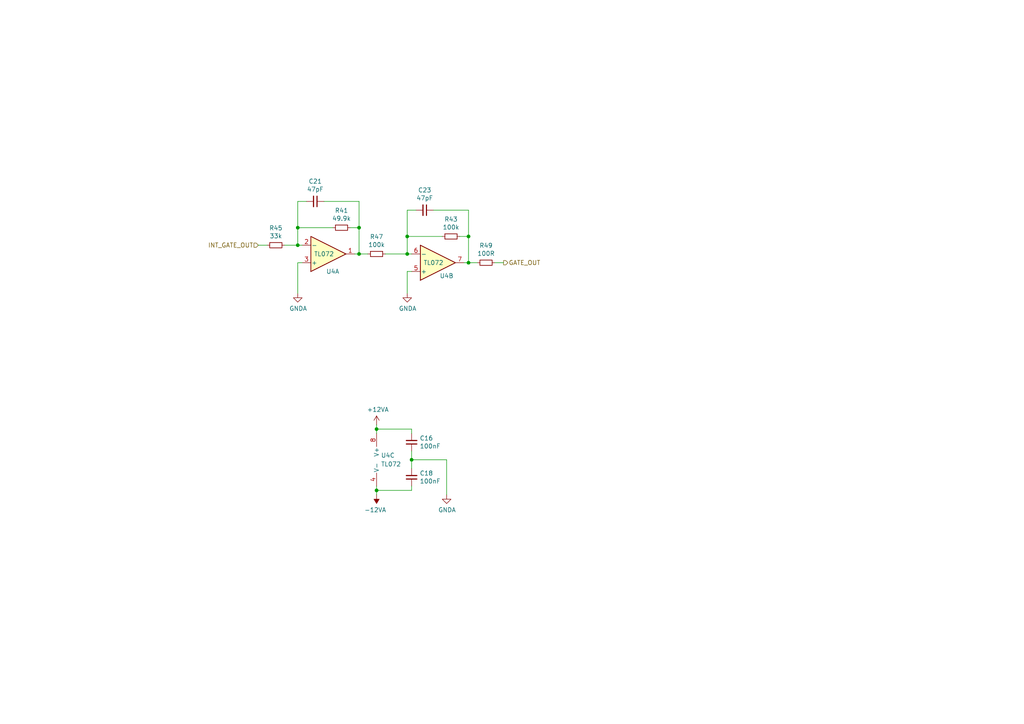
<source format=kicad_sch>
(kicad_sch (version 20230121) (generator eeschema)
  (paper "A4")
  (title_block (title "Echo Cinematic") (date "2024-01-29") (rev "A") (company "KNOBULA") (comment 3 "KNOBULA"))
  (lib_symbols
    (symbol "Amplifier_Operational:TL072" (pin_names (offset 0.127))
      (property "Reference" "U" (at 0 5.08 0))
      (property "Value" "TL072" (at 0 -5.08 0))
      (symbol "TL072_1_1"
        (polyline (pts (xy -5.08 5.08) (xy 5.08 0) (xy -5.08 -5.08) (xy -5.08 5.08)) (stroke (width 0.254)) (fill (type background)))
        (pin output line (at 7.62 0 180) (length 2.54) (name "~") (number "1"))
        (pin input line (at -7.62 -2.54 0) (length 2.54) (name "-") (number "2"))
        (pin input line (at -7.62 2.54 0) (length 2.54) (name "+") (number "3"))
      )
      (symbol "TL072_2_1"
        (polyline (pts (xy -5.08 5.08) (xy 5.08 0) (xy -5.08 -5.08) (xy -5.08 5.08)) (stroke (width 0.254)) (fill (type background)))
        (pin input line (at -7.62 2.54 0) (length 2.54) (name "+") (number "5"))
        (pin input line (at -7.62 -2.54 0) (length 2.54) (name "-") (number "6"))
        (pin output line (at 7.62 0 180) (length 2.54) (name "~") (number "7"))
      )
      (symbol "TL072_3_1"
        (pin power_in line (at -2.54 -7.62 90) (length 3.81) (name "V-") (number "4"))
        (pin power_in line (at -2.54 7.62 270) (length 3.81) (name "V+") (number "8"))
      )
    )
    (symbol "Device:C_Small" (pin_numbers hide) (pin_names (offset 0.254) hide)
      (property "Reference" "C" (at 0.254 1.778 0))
      (property "Value" "C_Small" (at 0.254 -2.032 0))
      (symbol "C_Small_0_1"
        (polyline (pts (xy -1.524 -0.508) (xy 1.524 -0.508)) (stroke (width 0.3302)))
        (polyline (pts (xy -1.524 0.508) (xy 1.524 0.508)) (stroke (width 0.3048)))
      )
      (symbol "C_Small_1_1"
        (pin passive line (at 0 2.54 270) (length 2.032) (name "~") (number "1"))
        (pin passive line (at 0 -2.54 90) (length 2.032) (name "~") (number "2"))
      )
    )
    (symbol "Device:R_Small" (pin_numbers hide) (pin_names (offset 0.254) hide)
      (property "Reference" "R" (at 0.762 0.508 0))
      (property "Value" "R_Small" (at 0.762 -1.016 0))
      (symbol "R_Small_0_1"
        (rectangle (start -0.762 1.778) (end 0.762 -1.778) (stroke (width 0.2032)))
      )
      (symbol "R_Small_1_1"
        (pin passive line (at 0 2.54 270) (length 0.762) (name "~") (number "1"))
        (pin passive line (at 0 -2.54 90) (length 0.762) (name "~") (number "2"))
      )
    )
    (symbol "power:+12VA" (power) (pin_names (offset 0))
      (property "Value" "+12VA" (at 0 3.556 0))
      (symbol "+12VA_0_1"
        (polyline (pts (xy -0.762 1.27) (xy 0 2.54)))
        (polyline (pts (xy 0 0) (xy 0 2.54)))
        (polyline (pts (xy 0 2.54) (xy 0.762 1.27)))
      )
      (symbol "+12VA_1_1"
        (pin power_in line (at 0 0 90) (length 0) hide (name "+12VA") (number "1"))
      )
    )
    (symbol "power:-12VA" (power) (pin_names (offset 0))
      (property "Value" "-12VA" (at 0 3.556 0))
      (symbol "-12VA_0_0"
        (pin power_in line (at 0 0 90) (length 0) hide (name "-12VA") (number "1"))
      )
      (symbol "-12VA_0_1"
        (polyline (pts (xy 0 0) (xy 0 1.27) (xy 0.762 1.27) (xy 0 2.54) (xy -0.762 1.27) (xy 0 1.27)) (fill (type outline)))
      )
    )
    (symbol "power:GNDA" (power) (pin_names (offset 0))
      (property "Value" "GNDA" (at 0 -3.81 0))
      (symbol "GNDA_0_1"
        (polyline (pts (xy 0 0) (xy 0 -1.27) (xy 1.27 -1.27) (xy 0 -2.54) (xy -1.27 -1.27) (xy 0 -1.27)))
      )
      (symbol "GNDA_1_1"
        (pin power_in line (at 0 0 270) (length 0) hide (name "GNDA") (number "1"))
      )
    )
  )
  (junction (at 86.36 71.12))
  (junction (at 109.22 142.24))
  (junction (at 104.14 66.04))
  (junction (at 109.22 124.46))
  (junction (at 135.89 76.2))
  (junction (at 119.38 133.35))
  (junction (at 118.11 73.66))
  (junction (at 135.89 68.58))
  (junction (at 118.11 68.58))
  (junction (at 86.36 66.04))
  (junction (at 104.14 73.66))
  (wire (pts (xy 120.65 60.96) (xy 118.11 60.96)))
  (wire (pts (xy 119.38 78.74) (xy 118.11 78.74)))
  (wire (pts (xy 82.55 71.12) (xy 86.36 71.12)))
  (wire (pts (xy 88.9 58.42) (xy 86.36 58.42)))
  (wire (pts (xy 86.36 85.09) (xy 86.36 76.2)))
  (wire (pts (xy 118.11 68.58) (xy 118.11 73.66)))
  (wire (pts (xy 86.36 66.04) (xy 86.36 71.12)))
  (wire (pts (xy 129.54 133.35) (xy 119.38 133.35)))
  (wire (pts (xy 96.52 66.04) (xy 86.36 66.04)))
  (wire (pts (xy 125.73 60.96) (xy 135.89 60.96)))
  (wire (pts (xy 86.36 76.2) (xy 87.63 76.2)))
  (wire (pts (xy 119.38 130.81) (xy 119.38 133.35)))
  (wire (pts (xy 104.14 58.42) (xy 104.14 66.04)))
  (wire (pts (xy 135.89 60.96) (xy 135.89 68.58)))
  (wire (pts (xy 77.47 71.12) (xy 74.93 71.12)))
  (wire (pts (xy 129.54 143.51) (xy 129.54 133.35)))
  (wire (pts (xy 146.05 76.2) (xy 143.51 76.2)))
  (wire (pts (xy 109.22 142.24) (xy 109.22 143.51)))
  (wire (pts (xy 86.36 71.12) (xy 87.63 71.12)))
  (wire (pts (xy 109.22 124.46) (xy 109.22 125.73)))
  (wire (pts (xy 119.38 142.24) (xy 119.38 140.97)))
  (wire (pts (xy 104.14 73.66) (xy 102.87 73.66)))
  (wire (pts (xy 118.11 60.96) (xy 118.11 68.58)))
  (wire (pts (xy 93.98 58.42) (xy 104.14 58.42)))
  (wire (pts (xy 135.89 76.2) (xy 134.62 76.2)))
  (wire (pts (xy 128.27 68.58) (xy 118.11 68.58)))
  (wire (pts (xy 106.68 73.66) (xy 104.14 73.66)))
  (wire (pts (xy 118.11 78.74) (xy 118.11 85.09)))
  (wire (pts (xy 109.22 123.19) (xy 109.22 124.46)))
  (wire (pts (xy 86.36 58.42) (xy 86.36 66.04)))
  (wire (pts (xy 133.35 68.58) (xy 135.89 68.58)))
  (wire (pts (xy 119.38 133.35) (xy 119.38 135.89)))
  (wire (pts (xy 109.22 124.46) (xy 119.38 124.46)))
  (wire (pts (xy 109.22 140.97) (xy 109.22 142.24)))
  (wire (pts (xy 109.22 142.24) (xy 119.38 142.24)))
  (wire (pts (xy 138.43 76.2) (xy 135.89 76.2)))
  (wire (pts (xy 119.38 124.46) (xy 119.38 125.73)))
  (wire (pts (xy 104.14 66.04) (xy 104.14 73.66)))
  (wire (pts (xy 118.11 73.66) (xy 111.76 73.66)))
  (wire (pts (xy 101.6 66.04) (xy 104.14 66.04)))
  (wire (pts (xy 135.89 68.58) (xy 135.89 76.2)))
  (wire (pts (xy 119.38 73.66) (xy 118.11 73.66)))
  (hierarchical_label "GATE_OUT" (shape output) (at 146.05 76.2 0))
  (hierarchical_label "INT_GATE_OUT" (shape input) (at 74.93 71.12 180))
  (symbol (lib_id "power:GNDA") (at 129.54 143.51 0) (unit 1)
    (property "Reference" "#PWR0105" (effects hide))
    (property "Value" "GNDA" (at 129.667 147.9042 0))
    (instances (project "Echo Cinematic" (path "" (reference "#PWR0105") (unit 1)) (path "" (reference "#PWR050") (unit 1))))
  )
  (symbol (lib_id "Device:R_Small") (at 80.01 71.12 270) (unit 1)
    (property "Reference" "R45" (at 80.01 66.1416 90))
    (property "Value" "33k" (at 80.01 68.453 90))
    (property "Footprint" "Resistor_SMD:R_0603_1608Metric" (effects hide))
    (instances (project "Echo Cinematic" (path "" (reference "R45") (unit 1)) (path "" (reference "R18") (unit 1))))
  )
  (symbol (lib_id "power:GNDA") (at 118.11 85.09 0) (unit 1)
    (property "Reference" "#PWR056" (effects hide))
    (property "Value" "GNDA" (at 118.237 89.4842 0))
    (instances (project "Echo Cinematic" (path "" (reference "#PWR056") (unit 1)) (path "" (reference "#PWR049") (unit 1))))
  )
  (symbol (lib_id "Device:C_Small") (at 119.38 138.43 180) (unit 1)
    (property "Reference" "C18" (at 121.7168 137.2616 0) (effects (justify right)))
    (property "Value" "100nF" (at 121.7168 139.573 0) (effects (justify right)))
    (property "Footprint" "Capacitor_SMD:C_0603_1608Metric" (effects hide))
    (instances (project "Echo Cinematic" (path "" (reference "C18") (unit 1)) (path "" (reference "C24") (unit 1))))
  )
  (symbol (lib_id "Device:R_Small") (at 140.97 76.2 270) (unit 1)
    (property "Reference" "R49" (at 140.97 71.2216 90))
    (property "Value" "100R" (at 140.97 73.533 90))
    (property "Footprint" "Resistor_SMD:R_0603_1608Metric" (effects hide))
    (instances (project "Echo Cinematic" (path "" (reference "R49") (unit 1)) (path "" (reference "R57") (unit 1))))
  )
  (symbol (lib_id "Device:C_Small") (at 91.44 58.42 270) (unit 1)
    (property "Reference" "C21" (at 91.44 52.6034 90))
    (property "Value" "47pF" (at 91.44 54.9148 90))
    (property "Footprint" "Capacitor_SMD:C_0603_1608Metric" (effects hide))
    (instances (project "Echo Cinematic" (path "" (reference "C21") (unit 1)) (path "" (reference "C20") (unit 1))))
  )
  (symbol (lib_id "Amplifier_Operational:TL072") (at 111.76 133.35 0) (unit 3)
    (property "Reference" "U4" (at 110.49 132.08 0) (effects (justify left)))
    (property "Value" "TL072" (at 110.49 134.62 0) (effects (justify left)))
    (property "Footprint" "Package_SO:SO-8_3.9x4.9mm_P1.27mm" (effects hide))
    (property "Datasheet" "http://www.ti.com/lit/ds/symlink/tl071.pdf" (effects hide))
  )
  (symbol (lib_id "Amplifier_Operational:TL072") (at 95.25 73.66 0) (mirror x) (unit 1)
    (property "Reference" "U4" (at 96.52 78.74 0))
    (property "Value" "TL072" (at 93.98 73.66 0))
    (property "Footprint" "Package_SO:SO-8_3.9x4.9mm_P1.27mm" (effects hide))
    (property "Datasheet" "http://www.ti.com/lit/ds/symlink/tl071.pdf" (effects hide))
  )
  (symbol (lib_id "power:+12VA") (at 109.22 123.19 0) (unit 1)
    (property "Reference" "#PWR0106" (effects hide))
    (property "Value" "+12VA" (at 109.601 118.7958 0))
    (instances (project "Echo Cinematic" (path "" (reference "#PWR0106") (unit 1)) (path "" (reference "#PWR033") (unit 1))))
  )
  (symbol (lib_id "Device:R_Small") (at 130.81 68.58 270) (unit 1)
    (property "Reference" "R43" (at 130.81 63.6016 90))
    (property "Value" "100k" (at 130.81 65.913 90))
    (property "Footprint" "Resistor_SMD:R_0603_1608Metric" (effects hide))
    (instances (project "Echo Cinematic" (path "" (reference "R43") (unit 1)) (path "" (reference "R56") (unit 1))))
  )
  (symbol (lib_id "Device:R_Small") (at 99.06 66.04 270) (unit 1)
    (property "Reference" "R41" (at 99.06 61.0616 90))
    (property "Value" "49.9k" (at 99.06 63.373 90))
    (property "Footprint" "Resistor_SMD:R_0603_1608Metric" (effects hide))
    (instances (project "Echo Cinematic" (path "" (reference "R41") (unit 1)) (path "" (reference "R19") (unit 1))))
  )
  (symbol (lib_id "Device:R_Small") (at 109.22 73.66 270) (unit 1)
    (property "Reference" "R47" (at 109.22 68.6816 90))
    (property "Value" "100k" (at 109.22 70.993 90))
    (property "Footprint" "Resistor_SMD:R_0603_1608Metric" (effects hide))
    (instances (project "Echo Cinematic" (path "" (reference "R47") (unit 1)) (path "" (reference "R30") (unit 1))))
  )
  (symbol (lib_id "power:-12VA") (at 109.22 143.51 180) (unit 1)
    (property "Reference" "#PWR0107" (effects hide))
    (property "Value" "-12VA" (at 108.839 147.9042 0))
    (instances (project "Echo Cinematic" (path "" (reference "#PWR0107") (unit 1)) (path "" (reference "#PWR034") (unit 1))))
  )
  (symbol (lib_id "power:GNDA") (at 86.36 85.09 0) (unit 1)
    (property "Reference" "#PWR055" (effects hide))
    (property "Value" "GNDA" (at 86.487 89.4842 0))
    (instances (project "Echo Cinematic" (path "" (reference "#PWR055") (unit 1)) (path "" (reference "#PWR028") (unit 1))))
  )
  (symbol (lib_id "Device:C_Small") (at 123.19 60.96 270) (unit 1)
    (property "Reference" "C23" (at 123.19 55.1434 90))
    (property "Value" "47pF" (at 123.19 57.4548 90))
    (property "Footprint" "Capacitor_SMD:C_0603_1608Metric" (effects hide))
    (instances (project "Echo Cinematic" (path "" (reference "C23") (unit 1)) (path "" (reference "C25") (unit 1))))
  )
  (symbol (lib_id "Amplifier_Operational:TL072") (at 127 76.2 0) (mirror x) (unit 2)
    (property "Reference" "U4" (at 129.54 80.01 0))
    (property "Value" "TL072" (at 125.73 76.2 0))
    (property "Footprint" "Package_SO:SO-8_3.9x4.9mm_P1.27mm" (effects hide))
    (property "Datasheet" "http://www.ti.com/lit/ds/symlink/tl071.pdf" (effects hide))
  )
  (symbol (lib_id "Device:C_Small") (at 119.38 128.27 180) (unit 1)
    (property "Reference" "C16" (at 121.7168 127.1016 0) (effects (justify right)))
    (property "Value" "100nF" (at 121.7168 129.413 0) (effects (justify right)))
    (property "Footprint" "Capacitor_SMD:C_0603_1608Metric" (effects hide))
    (instances (project "Echo Cinematic" (path "" (reference "C16") (unit 1)) (path "" (reference "C22") (unit 1))))
  )
)
</source>
